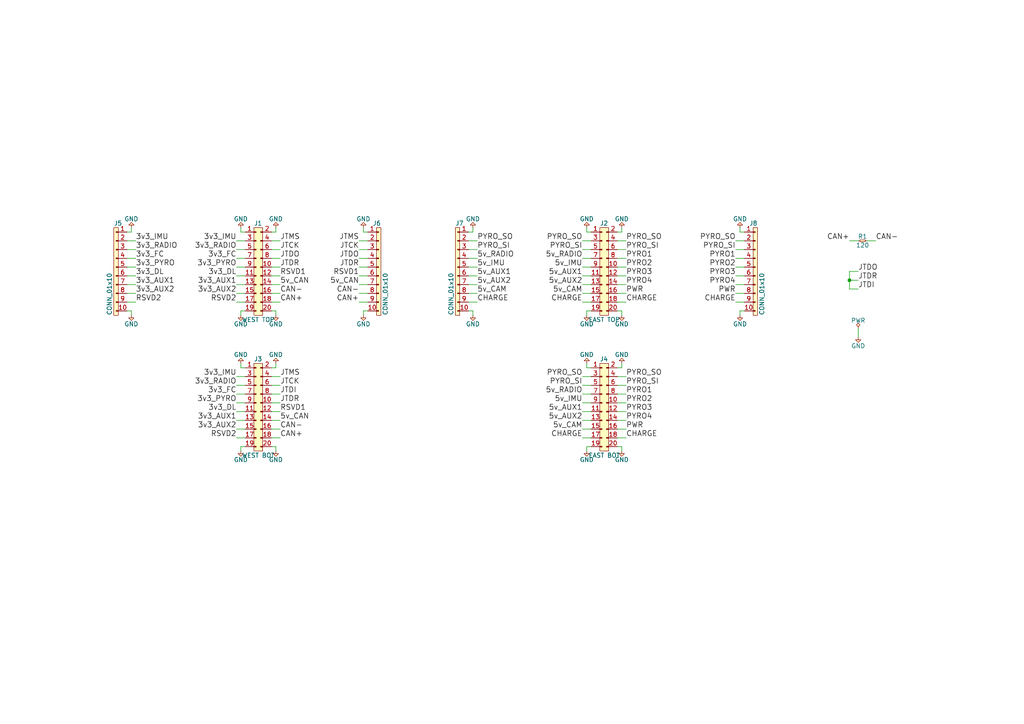
<source format=kicad_sch>
(kicad_sch (version 20230121) (generator eeschema)
  (paper "A4")
  (title_block (title "M3 Debug End Board") (date "2016-02-10") (rev "1") (company "CU Spaceflight") (comment 1 "Drawn By: Adam Greig"))
  (lib_symbols
    (symbol "m3debug_end-rescue:CONN_01x10" (pin_names (offset 0.0254) hide)
      (property "Reference" "J" (at -1.27 2.54 0))
      (property "Value" "CONN_01x10" (at -1.27 -25.4 0))
      (symbol "CONN_01x10_0_1"
        (rectangle (start 0 -22.733) (end -0.635 -22.987) (fill (type outline)))
        (rectangle (start 0 -20.193) (end -0.635 -20.447) (fill (type outline)))
        (rectangle (start 0 -17.653) (end -0.635 -17.907) (fill (type outline)))
        (rectangle (start 0 -15.113) (end -0.635 -15.367) (fill (type outline)))
        (rectangle (start 0 -12.573) (end -0.635 -12.827) (fill (type outline)))
        (rectangle (start 0 -10.033) (end -0.635 -10.287) (fill (type outline)))
        (rectangle (start 0 -7.493) (end -0.635 -7.747) (fill (type outline)))
        (rectangle (start 0 -4.953) (end -0.635 -5.207) (fill (type outline)))
        (rectangle (start 0 -2.413) (end -0.635 -2.667) (fill (type outline)))
        (rectangle (start 0 0.127) (end -0.635 -0.127) (fill (type outline)))
        (rectangle (start 0 1.27) (end -1.27 -24.13) (fill (type background)))
      )
      (symbol "CONN_01x10_1_1"
        (pin passive line (at 2.54 0 180) (length 2.54) (name "1") (number "1"))
        (pin passive line (at 2.54 -22.86 180) (length 2.54) (name "10") (number "10"))
        (pin passive line (at 2.54 -2.54 180) (length 2.54) (name "2") (number "2"))
        (pin passive line (at 2.54 -5.08 180) (length 2.54) (name "3") (number "3"))
        (pin passive line (at 2.54 -7.62 180) (length 2.54) (name "4") (number "4"))
        (pin passive line (at 2.54 -10.16 180) (length 2.54) (name "5") (number "5"))
        (pin passive line (at 2.54 -12.7 180) (length 2.54) (name "6") (number "6"))
        (pin passive line (at 2.54 -15.24 180) (length 2.54) (name "7") (number "7"))
        (pin passive line (at 2.54 -17.78 180) (length 2.54) (name "8") (number "8"))
        (pin passive line (at 2.54 -20.32 180) (length 2.54) (name "9") (number "9"))
      )
    )
    (symbol "m3debug_end-rescue:CONN_02x10" (pin_names (offset 0.0254) hide)
      (property "Reference" "J" (at -2.54 2.54 0))
      (property "Value" "CONN_02x10" (at -2.54 -25.4 0))
      (symbol "CONN_02x10_0_1"
        (rectangle (start -2.54 -22.733) (end -1.905 -22.987) (fill (type outline)))
        (rectangle (start -2.54 -20.193) (end -1.905 -20.447) (fill (type outline)))
        (rectangle (start -2.54 -17.653) (end -1.905 -17.907) (fill (type outline)))
        (rectangle (start -2.54 -15.113) (end -1.905 -15.367) (fill (type outline)))
        (rectangle (start -2.54 -12.573) (end -1.905 -12.827) (fill (type outline)))
        (rectangle (start -2.54 -10.033) (end -1.905 -10.287) (fill (type outline)))
        (rectangle (start -2.54 -7.493) (end -1.905 -7.747) (fill (type outline)))
        (rectangle (start -2.54 -4.953) (end -1.905 -5.207) (fill (type outline)))
        (rectangle (start -2.54 -2.413) (end -1.905 -2.667) (fill (type outline)))
        (rectangle (start -2.54 0.127) (end -1.905 -0.127) (fill (type outline)))
        (rectangle (start 0 -22.733) (end -0.635 -22.987) (fill (type outline)))
        (rectangle (start 0 -20.193) (end -0.635 -20.447) (fill (type outline)))
        (rectangle (start 0 -17.653) (end -0.635 -17.907) (fill (type outline)))
        (rectangle (start 0 -15.113) (end -0.635 -15.367) (fill (type outline)))
        (rectangle (start 0 -12.573) (end -0.635 -12.827) (fill (type outline)))
        (rectangle (start 0 -10.033) (end -0.635 -10.287) (fill (type outline)))
        (rectangle (start 0 -7.493) (end -0.635 -7.747) (fill (type outline)))
        (rectangle (start 0 -4.953) (end -0.635 -5.207) (fill (type outline)))
        (rectangle (start 0 -2.413) (end -0.635 -2.667) (fill (type outline)))
        (rectangle (start 0 0.127) (end -0.635 -0.127) (fill (type outline)))
        (rectangle (start 0 1.27) (end -2.54 -24.13) (fill (type background)))
      )
      (symbol "CONN_02x10_1_1"
        (pin passive line (at -5.08 0 0) (length 2.54) (name "1") (number "1"))
        (pin passive line (at 2.54 -10.16 180) (length 2.54) (name "10") (number "10"))
        (pin passive line (at -5.08 -12.7 0) (length 2.54) (name "11") (number "11"))
        (pin passive line (at 2.54 -12.7 180) (length 2.54) (name "12") (number "12"))
        (pin passive line (at -5.08 -15.24 0) (length 2.54) (name "13") (number "13"))
        (pin passive line (at 2.54 -15.24 180) (length 2.54) (name "14") (number "14"))
        (pin passive line (at -5.08 -17.78 0) (length 2.54) (name "15") (number "15"))
        (pin passive line (at 2.54 -17.78 180) (length 2.54) (name "16") (number "16"))
        (pin passive line (at -5.08 -20.32 0) (length 2.54) (name "17") (number "17"))
        (pin passive line (at 2.54 -20.32 180) (length 2.54) (name "18") (number "18"))
        (pin passive line (at -5.08 -22.86 0) (length 2.54) (name "19") (number "19"))
        (pin passive line (at 2.54 0 180) (length 2.54) (name "2") (number "2"))
        (pin passive line (at 2.54 -22.86 180) (length 2.54) (name "20") (number "20"))
        (pin passive line (at -5.08 -2.54 0) (length 2.54) (name "3") (number "3"))
        (pin passive line (at 2.54 -2.54 180) (length 2.54) (name "4") (number "4"))
        (pin passive line (at -5.08 -5.08 0) (length 2.54) (name "5") (number "5"))
        (pin passive line (at 2.54 -5.08 180) (length 2.54) (name "6") (number "6"))
        (pin passive line (at -5.08 -7.62 0) (length 2.54) (name "7") (number "7"))
        (pin passive line (at 2.54 -7.62 180) (length 2.54) (name "8") (number "8"))
        (pin passive line (at -5.08 -10.16 0) (length 2.54) (name "9") (number "9"))
      )
    )
    (symbol "m3debug_end-rescue:GND" (power) (pin_numbers hide) (pin_names (offset 1.016) hide)
      (property "Value" "GND" (at 0 -2.54 0))
      (symbol "GND_0_1"
        (polyline (pts (xy 0 0) (xy 0 -0.762)))
        (polyline (pts (xy -0.762 -0.762) (xy 0.762 -0.762) (xy 0 -1.524) (xy -0.762 -0.762)) (fill (type background)))
      )
      (symbol "GND_1_1"
        (pin power_in line (at 0 0 180) (length 0) hide (name "GND") (number "1"))
      )
    )
    (symbol "m3debug_end-rescue:PWR" (power) (pin_numbers hide) (pin_names (offset 1.016) hide)
      (property "Value" "PWR" (at 0 2.286 0))
      (symbol "PWR_0_1"
        (polyline (pts (xy 0 0.508) (xy -0.508 1.016) (xy 0 1.524) (xy 0.508 1.016) (xy 0 0.508)) (fill (type background)))
      )
      (symbol "PWR_1_1"
        (pin power_out line (at 0 0 90) (length 0.508) (name "pwr") (number "1"))
      )
    )
    (symbol "m3debug_end-rescue:R" (pin_numbers hide) (pin_names (offset 1.016) hide)
      (property "Reference" "R" (at 1.27 1.27 0))
      (property "Value" "R" (at 1.27 -1.27 0))
      (symbol "R_0_1"
        (rectangle (start 0.508 0.254) (end 2.032 -0.254) (fill (type background)))
      )
      (symbol "R_1_1"
        (pin passive line (at 0 0 0) (length 0.508) (name "~") (number "1"))
        (pin passive line (at 2.54 0 180) (length 0.508) (name "~") (number "2"))
      )
    )
  )
  (junction (at 246.38 81.28))
  (wire (pts (xy 179.07 109.22) (xy 181.61 109.22)))
  (wire (pts (xy 179.07 80.01) (xy 181.61 80.01)))
  (wire (pts (xy 246.38 83.82) (xy 248.92 83.82)))
  (wire (pts (xy 106.68 77.47) (xy 104.14 77.47)))
  (wire (pts (xy 78.74 124.46) (xy 81.28 124.46)))
  (wire (pts (xy 106.68 90.17) (xy 105.41 90.17)))
  (wire (pts (xy 215.9 87.63) (xy 213.36 87.63)))
  (wire (pts (xy 71.12 69.85) (xy 68.58 69.85)))
  (wire (pts (xy 78.74 85.09) (xy 81.28 85.09)))
  (wire (pts (xy 171.45 74.93) (xy 168.91 74.93)))
  (wire (pts (xy 69.85 90.17) (xy 69.85 91.44)))
  (wire (pts (xy 105.41 66.04) (xy 105.41 67.31)))
  (wire (pts (xy 180.34 67.31) (xy 180.34 66.04)))
  (wire (pts (xy 171.45 67.31) (xy 170.18 67.31)))
  (wire (pts (xy 179.07 121.92) (xy 181.61 121.92)))
  (wire (pts (xy 248.92 95.25) (xy 248.92 97.79)))
  (wire (pts (xy 69.85 66.04) (xy 69.85 67.31)))
  (wire (pts (xy 135.89 77.47) (xy 138.43 77.47)))
  (wire (pts (xy 135.89 90.17) (xy 137.16 90.17)))
  (wire (pts (xy 36.83 80.01) (xy 39.37 80.01)))
  (wire (pts (xy 78.74 77.47) (xy 81.28 77.47)))
  (wire (pts (xy 36.83 69.85) (xy 39.37 69.85)))
  (wire (pts (xy 138.43 69.85) (xy 135.89 69.85)))
  (wire (pts (xy 170.18 67.31) (xy 170.18 66.04)))
  (wire (pts (xy 213.36 85.09) (xy 215.9 85.09)))
  (wire (pts (xy 71.12 129.54) (xy 69.85 129.54)))
  (wire (pts (xy 179.07 90.17) (xy 180.34 90.17)))
  (wire (pts (xy 248.92 78.74) (xy 246.38 78.74)))
  (wire (pts (xy 181.61 85.09) (xy 179.07 85.09)))
  (wire (pts (xy 71.12 114.3) (xy 68.58 114.3)))
  (wire (pts (xy 171.45 129.54) (xy 170.18 129.54)))
  (wire (pts (xy 168.91 127) (xy 171.45 127)))
  (wire (pts (xy 71.12 90.17) (xy 69.85 90.17)))
  (wire (pts (xy 80.01 90.17) (xy 80.01 91.44)))
  (wire (pts (xy 213.36 74.93) (xy 215.9 74.93)))
  (wire (pts (xy 214.63 66.04) (xy 214.63 67.31)))
  (wire (pts (xy 179.07 87.63) (xy 181.61 87.63)))
  (wire (pts (xy 215.9 72.39) (xy 213.36 72.39)))
  (wire (pts (xy 246.38 78.74) (xy 246.38 81.28)))
  (wire (pts (xy 78.74 129.54) (xy 80.01 129.54)))
  (wire (pts (xy 71.12 87.63) (xy 68.58 87.63)))
  (wire (pts (xy 138.43 80.01) (xy 135.89 80.01)))
  (wire (pts (xy 71.12 127) (xy 68.58 127)))
  (wire (pts (xy 78.74 80.01) (xy 81.28 80.01)))
  (wire (pts (xy 135.89 72.39) (xy 138.43 72.39)))
  (wire (pts (xy 181.61 72.39) (xy 179.07 72.39)))
  (wire (pts (xy 248.92 81.28) (xy 246.38 81.28)))
  (wire (pts (xy 181.61 77.47) (xy 179.07 77.47)))
  (wire (pts (xy 214.63 90.17) (xy 214.63 91.44)))
  (wire (pts (xy 180.34 106.68) (xy 180.34 105.41)))
  (wire (pts (xy 179.07 69.85) (xy 181.61 69.85)))
  (wire (pts (xy 215.9 82.55) (xy 213.36 82.55)))
  (wire (pts (xy 105.41 90.17) (xy 105.41 91.44)))
  (wire (pts (xy 181.61 111.76) (xy 179.07 111.76)))
  (wire (pts (xy 39.37 72.39) (xy 36.83 72.39)))
  (wire (pts (xy 104.14 80.01) (xy 106.68 80.01)))
  (wire (pts (xy 71.12 77.47) (xy 68.58 77.47)))
  (wire (pts (xy 137.16 67.31) (xy 137.16 66.04)))
  (wire (pts (xy 179.07 129.54) (xy 180.34 129.54)))
  (wire (pts (xy 39.37 87.63) (xy 36.83 87.63)))
  (wire (pts (xy 78.74 111.76) (xy 81.28 111.76)))
  (wire (pts (xy 137.16 90.17) (xy 137.16 91.44)))
  (wire (pts (xy 171.45 119.38) (xy 168.91 119.38)))
  (wire (pts (xy 78.74 109.22) (xy 81.28 109.22)))
  (wire (pts (xy 71.12 111.76) (xy 68.58 111.76)))
  (wire (pts (xy 71.12 121.92) (xy 68.58 121.92)))
  (wire (pts (xy 39.37 77.47) (xy 36.83 77.47)))
  (wire (pts (xy 80.01 106.68) (xy 80.01 105.41)))
  (wire (pts (xy 69.85 129.54) (xy 69.85 130.81)))
  (wire (pts (xy 246.38 81.28) (xy 246.38 83.82)))
  (wire (pts (xy 78.74 74.93) (xy 81.28 74.93)))
  (wire (pts (xy 179.07 127) (xy 181.61 127)))
  (wire (pts (xy 171.45 69.85) (xy 168.91 69.85)))
  (wire (pts (xy 78.74 116.84) (xy 81.28 116.84)))
  (wire (pts (xy 215.9 77.47) (xy 213.36 77.47)))
  (wire (pts (xy 36.83 85.09) (xy 39.37 85.09)))
  (wire (pts (xy 168.91 77.47) (xy 171.45 77.47)))
  (wire (pts (xy 181.61 116.84) (xy 179.07 116.84)))
  (wire (pts (xy 104.14 87.63) (xy 106.68 87.63)))
  (wire (pts (xy 171.45 90.17) (xy 170.18 90.17)))
  (wire (pts (xy 138.43 74.93) (xy 135.89 74.93)))
  (wire (pts (xy 105.41 67.31) (xy 106.68 67.31)))
  (wire (pts (xy 69.85 67.31) (xy 71.12 67.31)))
  (wire (pts (xy 78.74 106.68) (xy 80.01 106.68)))
  (wire (pts (xy 171.45 109.22) (xy 168.91 109.22)))
  (wire (pts (xy 168.91 87.63) (xy 171.45 87.63)))
  (wire (pts (xy 104.14 82.55) (xy 106.68 82.55)))
  (wire (pts (xy 180.34 129.54) (xy 180.34 130.81)))
  (wire (pts (xy 80.01 67.31) (xy 80.01 66.04)))
  (wire (pts (xy 71.12 80.01) (xy 68.58 80.01)))
  (wire (pts (xy 171.45 114.3) (xy 168.91 114.3)))
  (wire (pts (xy 71.12 119.38) (xy 68.58 119.38)))
  (wire (pts (xy 36.83 74.93) (xy 39.37 74.93)))
  (wire (pts (xy 180.34 90.17) (xy 180.34 91.44)))
  (wire (pts (xy 135.89 82.55) (xy 138.43 82.55)))
  (wire (pts (xy 213.36 80.01) (xy 215.9 80.01)))
  (wire (pts (xy 215.9 90.17) (xy 214.63 90.17)))
  (wire (pts (xy 179.07 119.38) (xy 181.61 119.38)))
  (wire (pts (xy 168.91 111.76) (xy 171.45 111.76)))
  (wire (pts (xy 214.63 67.31) (xy 215.9 67.31)))
  (wire (pts (xy 69.85 106.68) (xy 71.12 106.68)))
  (wire (pts (xy 168.91 121.92) (xy 171.45 121.92)))
  (wire (pts (xy 80.01 129.54) (xy 80.01 130.81)))
  (wire (pts (xy 171.45 106.68) (xy 170.18 106.68)))
  (wire (pts (xy 78.74 69.85) (xy 81.28 69.85)))
  (wire (pts (xy 106.68 85.09) (xy 104.14 85.09)))
  (wire (pts (xy 71.12 74.93) (xy 68.58 74.93)))
  (wire (pts (xy 168.91 82.55) (xy 171.45 82.55)))
  (wire (pts (xy 170.18 106.68) (xy 170.18 105.41)))
  (wire (pts (xy 135.89 87.63) (xy 138.43 87.63)))
  (wire (pts (xy 106.68 72.39) (xy 104.14 72.39)))
  (wire (pts (xy 78.74 114.3) (xy 81.28 114.3)))
  (wire (pts (xy 138.43 85.09) (xy 135.89 85.09)))
  (wire (pts (xy 104.14 69.85) (xy 106.68 69.85)))
  (wire (pts (xy 179.07 74.93) (xy 181.61 74.93)))
  (wire (pts (xy 78.74 72.39) (xy 81.28 72.39)))
  (wire (pts (xy 248.92 69.85) (xy 246.38 69.85)))
  (wire (pts (xy 213.36 69.85) (xy 215.9 69.85)))
  (wire (pts (xy 168.91 116.84) (xy 171.45 116.84)))
  (wire (pts (xy 68.58 124.46) (xy 71.12 124.46)))
  (wire (pts (xy 78.74 87.63) (xy 81.28 87.63)))
  (wire (pts (xy 170.18 90.17) (xy 170.18 91.44)))
  (wire (pts (xy 39.37 82.55) (xy 36.83 82.55)))
  (wire (pts (xy 38.1 90.17) (xy 38.1 91.44)))
  (wire (pts (xy 171.45 85.09) (xy 168.91 85.09)))
  (wire (pts (xy 71.12 72.39) (xy 68.58 72.39)))
  (wire (pts (xy 171.45 124.46) (xy 168.91 124.46)))
  (wire (pts (xy 68.58 85.09) (xy 71.12 85.09)))
  (wire (pts (xy 36.83 90.17) (xy 38.1 90.17)))
  (wire (pts (xy 181.61 124.46) (xy 179.07 124.46)))
  (wire (pts (xy 78.74 67.31) (xy 80.01 67.31)))
  (wire (pts (xy 179.07 67.31) (xy 180.34 67.31)))
  (wire (pts (xy 168.91 72.39) (xy 171.45 72.39)))
  (wire (pts (xy 135.89 67.31) (xy 137.16 67.31)))
  (wire (pts (xy 78.74 82.55) (xy 81.28 82.55)))
  (wire (pts (xy 78.74 127) (xy 81.28 127)))
  (wire (pts (xy 104.14 74.93) (xy 106.68 74.93)))
  (wire (pts (xy 69.85 105.41) (xy 69.85 106.68)))
  (wire (pts (xy 78.74 90.17) (xy 80.01 90.17)))
  (wire (pts (xy 36.83 67.31) (xy 38.1 67.31)))
  (wire (pts (xy 78.74 119.38) (xy 81.28 119.38)))
  (wire (pts (xy 71.12 109.22) (xy 68.58 109.22)))
  (wire (pts (xy 71.12 82.55) (xy 68.58 82.55)))
  (wire (pts (xy 78.74 121.92) (xy 81.28 121.92)))
  (wire (pts (xy 71.12 116.84) (xy 68.58 116.84)))
  (wire (pts (xy 171.45 80.01) (xy 168.91 80.01)))
  (wire (pts (xy 179.07 106.68) (xy 180.34 106.68)))
  (wire (pts (xy 38.1 67.31) (xy 38.1 66.04)))
  (wire (pts (xy 254 69.85) (xy 251.46 69.85)))
  (wire (pts (xy 179.07 114.3) (xy 181.61 114.3)))
  (wire (pts (xy 179.07 82.55) (xy 181.61 82.55)))
  (wire (pts (xy 170.18 129.54) (xy 170.18 130.81)))
  (label "PYRO2" (at 213.36 77.47 180) (effects (font (size 1.524 1.524))))
  (label "PYRO2" (at 181.61 116.84 0) (effects (font (size 1.524 1.524))))
  (label "PYRO_SI" (at 138.43 72.39 0) (effects (font (size 1.524 1.524))))
  (label "3v3_DL" (at 68.58 80.01 180) (effects (font (size 1.524 1.524))))
  (label "PYRO_SI" (at 213.36 72.39 180) (effects (font (size 1.524 1.524))))
  (label "5v_AUX2" (at 168.91 82.55 180) (effects (font (size 1.524 1.524))))
  (label "CAN-" (at 104.14 85.09 180) (effects (font (size 1.524 1.524))))
  (label "3v3_RADIO" (at 39.37 72.39 0) (effects (font (size 1.524 1.524))))
  (label "PYRO4" (at 181.61 82.55 0) (effects (font (size 1.524 1.524))))
  (label "CAN+" (at 81.28 127 0) (effects (font (size 1.524 1.524))))
  (label "5v_IMU" (at 168.91 116.84 180) (effects (font (size 1.524 1.524))))
  (label "PYRO3" (at 213.36 80.01 180) (effects (font (size 1.524 1.524))))
  (label "PWR" (at 181.61 85.09 0) (effects (font (size 1.524 1.524))))
  (label "CAN-" (at 254 69.85 0) (effects (font (size 1.524 1.524))))
  (label "3v3_IMU" (at 68.58 69.85 180) (effects (font (size 1.524 1.524))))
  (label "PYRO2" (at 181.61 77.47 0) (effects (font (size 1.524 1.524))))
  (label "PYRO_SO" (at 168.91 109.22 180) (effects (font (size 1.524 1.524))))
  (label "PWR" (at 181.61 124.46 0) (effects (font (size 1.524 1.524))))
  (label "JTDR" (at 248.92 81.28 0) (effects (font (size 1.524 1.524))))
  (label "5v_CAM" (at 168.91 85.09 180) (effects (font (size 1.524 1.524))))
  (label "3v3_AUX2" (at 68.58 85.09 180) (effects (font (size 1.524 1.524))))
  (label "PYRO1" (at 181.61 74.93 0) (effects (font (size 1.524 1.524))))
  (label "CHARGE" (at 181.61 87.63 0) (effects (font (size 1.524 1.524))))
  (label "5v_AUX1" (at 168.91 80.01 180) (effects (font (size 1.524 1.524))))
  (label "JTMS" (at 104.14 69.85 180) (effects (font (size 1.524 1.524))))
  (label "5v_AUX1" (at 168.91 119.38 180) (effects (font (size 1.524 1.524))))
  (label "CAN-" (at 81.28 85.09 0) (effects (font (size 1.524 1.524))))
  (label "JTCK" (at 81.28 72.39 0) (effects (font (size 1.524 1.524))))
  (label "3v3_AUX2" (at 39.37 85.09 0) (effects (font (size 1.524 1.524))))
  (label "PYRO1" (at 213.36 74.93 180) (effects (font (size 1.524 1.524))))
  (label "RSVD1" (at 104.14 80.01 180) (effects (font (size 1.524 1.524))))
  (label "JTMS" (at 81.28 69.85 0) (effects (font (size 1.524 1.524))))
  (label "3v3_DL" (at 39.37 80.01 0) (effects (font (size 1.524 1.524))))
  (label "JTDR" (at 81.28 77.47 0) (effects (font (size 1.524 1.524))))
  (label "3v3_FC" (at 68.58 114.3 180) (effects (font (size 1.524 1.524))))
  (label "PYRO_SI" (at 168.91 72.39 180) (effects (font (size 1.524 1.524))))
  (label "5v_RADIO" (at 168.91 74.93 180) (effects (font (size 1.524 1.524))))
  (label "PWR" (at 213.36 85.09 180) (effects (font (size 1.524 1.524))))
  (label "PYRO3" (at 181.61 80.01 0) (effects (font (size 1.524 1.524))))
  (label "5v_CAM" (at 168.91 124.46 180) (effects (font (size 1.524 1.524))))
  (label "5v_RADIO" (at 168.91 114.3 180) (effects (font (size 1.524 1.524))))
  (label "JTDO" (at 248.92 78.74 0) (effects (font (size 1.524 1.524))))
  (label "3v3_AUX2" (at 68.58 124.46 180) (effects (font (size 1.524 1.524))))
  (label "JTDR" (at 81.28 116.84 0) (effects (font (size 1.524 1.524))))
  (label "PYRO4" (at 181.61 121.92 0) (effects (font (size 1.524 1.524))))
  (label "CAN+" (at 81.28 87.63 0) (effects (font (size 1.524 1.524))))
  (label "JTDO" (at 81.28 74.93 0) (effects (font (size 1.524 1.524))))
  (label "PYRO_SI" (at 168.91 111.76 180) (effects (font (size 1.524 1.524))))
  (label "PYRO_SI" (at 181.61 111.76 0) (effects (font (size 1.524 1.524))))
  (label "PYRO4" (at 213.36 82.55 180) (effects (font (size 1.524 1.524))))
  (label "3v3_IMU" (at 68.58 109.22 180) (effects (font (size 1.524 1.524))))
  (label "JTDO" (at 104.14 74.93 180) (effects (font (size 1.524 1.524))))
  (label "JTDI" (at 81.28 114.3 0) (effects (font (size 1.524 1.524))))
  (label "5v_IMU" (at 138.43 77.47 0) (effects (font (size 1.524 1.524))))
  (label "5v_AUX1" (at 138.43 80.01 0) (effects (font (size 1.524 1.524))))
  (label "PYRO_SO" (at 138.43 69.85 0) (effects (font (size 1.524 1.524))))
  (label "3v3_RADIO" (at 68.58 111.76 180) (effects (font (size 1.524 1.524))))
  (label "JTDR" (at 104.14 77.47 180) (effects (font (size 1.524 1.524))))
  (label "5v_CAN" (at 104.14 82.55 180) (effects (font (size 1.524 1.524))))
  (label "JTCK" (at 81.28 111.76 0) (effects (font (size 1.524 1.524))))
  (label "3v3_AUX1" (at 68.58 121.92 180) (effects (font (size 1.524 1.524))))
  (label "3v3_PYRO" (at 68.58 77.47 180) (effects (font (size 1.524 1.524))))
  (label "5v_RADIO" (at 138.43 74.93 0) (effects (font (size 1.524 1.524))))
  (label "5v_IMU" (at 168.91 77.47 180) (effects (font (size 1.524 1.524))))
  (label "3v3_AUX1" (at 68.58 82.55 180) (effects (font (size 1.524 1.524))))
  (label "JTMS" (at 81.28 109.22 0) (effects (font (size 1.524 1.524))))
  (label "RSVD1" (at 81.28 80.01 0) (effects (font (size 1.524 1.524))))
  (label "CHARGE" (at 181.61 127 0) (effects (font (size 1.524 1.524))))
  (label "3v3_DL" (at 68.58 119.38 180) (effects (font (size 1.524 1.524))))
  (label "5v_AUX2" (at 168.91 121.92 180) (effects (font (size 1.524 1.524))))
  (label "CAN-" (at 81.28 124.46 0) (effects (font (size 1.524 1.524))))
  (label "3v3_AUX1" (at 39.37 82.55 0) (effects (font (size 1.524 1.524))))
  (label "3v3_RADIO" (at 68.58 72.39 180) (effects (font (size 1.524 1.524))))
  (label "PYRO3" (at 181.61 119.38 0) (effects (font (size 1.524 1.524))))
  (label "RSVD2" (at 68.58 87.63 180) (effects (font (size 1.524 1.524))))
  (label "PYRO1" (at 181.61 114.3 0) (effects (font (size 1.524 1.524))))
  (label "3v3_PYRO" (at 68.58 116.84 180) (effects (font (size 1.524 1.524))))
  (label "3v3_PYRO" (at 39.37 77.47 0) (effects (font (size 1.524 1.524))))
  (label "CAN+" (at 104.14 87.63 180) (effects (font (size 1.524 1.524))))
  (label "RSVD2" (at 68.58 127 180) (effects (font (size 1.524 1.524))))
  (label "CHARGE" (at 168.91 87.63 180) (effects (font (size 1.524 1.524))))
  (label "JTCK" (at 104.14 72.39 180) (effects (font (size 1.524 1.524))))
  (label "3v3_IMU" (at 39.37 69.85 0) (effects (font (size 1.524 1.524))))
  (label "CHARGE" (at 213.36 87.63 180) (effects (font (size 1.524 1.524))))
  (label "3v3_FC" (at 68.58 74.93 180) (effects (font (size 1.524 1.524))))
  (label "RSVD2" (at 39.37 87.63 0) (effects (font (size 1.524 1.524))))
  (label "RSVD1" (at 81.28 119.38 0) (effects (font (size 1.524 1.524))))
  (label "CHARGE" (at 168.91 127 180) (effects (font (size 1.524 1.524))))
  (label "5v_AUX2" (at 138.43 82.55 0) (effects (font (size 1.524 1.524))))
  (label "CAN+" (at 246.38 69.85 180) (effects (font (size 1.524 1.524))))
  (label "JTDI" (at 248.92 83.82 0) (effects (font (size 1.524 1.524))))
  (label "PYRO_SO" (at 181.61 69.85 0) (effects (font (size 1.524 1.524))))
  (label "CHARGE" (at 138.43 87.63 0) (effects (font (size 1.524 1.524))))
  (label "PYRO_SO" (at 168.91 69.85 180) (effects (font (size 1.524 1.524))))
  (label "PYRO_SO" (at 181.61 109.22 0) (effects (font (size 1.524 1.524))))
  (label "5v_CAN" (at 81.28 121.92 0) (effects (font (size 1.524 1.524))))
  (label "PYRO_SO" (at 213.36 69.85 180) (effects (font (size 1.524 1.524))))
  (label "5v_CAN" (at 81.28 82.55 0) (effects (font (size 1.524 1.524))))
  (label "3v3_FC" (at 39.37 74.93 0) (effects (font (size 1.524 1.524))))
  (label "PYRO_SI" (at 181.61 72.39 0) (effects (font (size 1.524 1.524))))
  (label "5v_CAM" (at 138.43 85.09 0) (effects (font (size 1.524 1.524))))
  (symbol (lib_id "m3debug_end-rescue:CONN_02x10") (at 176.53 67.31 0) (unit 1)
    (property "Reference" "J2" (at 173.99 64.77 0) (effects (justify left)))
    (property "Value" "EAST TOP" (at 175.26 92.71 0))
    (property "Footprint" "agg:TFML-110-02-L-D" (effects hide))
    (property "Samtec" "TFML-110-02-L-D" (effects hide))
  )
  (symbol (lib_id "m3debug_end-rescue:GND") (at 80.01 91.44 0) (unit 1)
    (property "Reference" "#PWR01" (effects hide))
    (property "Value" "GND" (at 80.01 93.98 0))
  )
  (symbol (lib_id "m3debug_end-rescue:GND") (at 69.85 91.44 0) (unit 1)
    (property "Reference" "#PWR02" (effects hide))
    (property "Value" "GND" (at 69.85 93.98 0))
  )
  (symbol (lib_id "m3debug_end-rescue:GND") (at 69.85 66.04 180) (unit 1)
    (property "Reference" "#PWR03" (effects hide))
    (property "Value" "GND" (at 69.85 63.5 0))
  )
  (symbol (lib_id "m3debug_end-rescue:GND") (at 80.01 66.04 180) (unit 1)
    (property "Reference" "#PWR04" (effects hide))
    (property "Value" "GND" (at 80.01 63.5 0))
  )
  (symbol (lib_id "m3debug_end-rescue:GND") (at 170.18 91.44 0) (unit 1)
    (property "Reference" "#PWR05" (effects hide))
    (property "Value" "GND" (at 170.18 93.98 0))
  )
  (symbol (lib_id "m3debug_end-rescue:GND") (at 180.34 91.44 0) (unit 1)
    (property "Reference" "#PWR06" (effects hide))
    (property "Value" "GND" (at 180.34 93.98 0))
  )
  (symbol (lib_id "m3debug_end-rescue:GND") (at 170.18 66.04 180) (unit 1)
    (property "Reference" "#PWR07" (effects hide))
    (property "Value" "GND" (at 170.18 63.5 0))
  )
  (symbol (lib_id "m3debug_end-rescue:GND") (at 180.34 66.04 180) (unit 1)
    (property "Reference" "#PWR08" (effects hide))
    (property "Value" "GND" (at 180.34 63.5 0))
  )
  (symbol (lib_id "m3debug_end-rescue:CONN_02x10") (at 76.2 67.31 0) (unit 1)
    (property "Reference" "J1" (at 73.66 64.77 0) (effects (justify left)))
    (property "Value" "WEST TOP" (at 74.93 92.71 0))
    (property "Footprint" "agg:TFML-110-02-L-D" (effects hide))
    (property "Samtec" "TFML-110-02-L-D" (effects hide))
  )
  (symbol (lib_id "m3debug_end-rescue:GND") (at 80.01 130.81 0) (unit 1)
    (property "Reference" "#PWR09" (effects hide))
    (property "Value" "GND" (at 80.01 133.35 0))
  )
  (symbol (lib_id "m3debug_end-rescue:GND") (at 69.85 130.81 0) (unit 1)
    (property "Reference" "#PWR010" (effects hide))
    (property "Value" "GND" (at 69.85 133.35 0))
  )
  (symbol (lib_id "m3debug_end-rescue:GND") (at 69.85 105.41 180) (unit 1)
    (property "Reference" "#PWR011" (effects hide))
    (property "Value" "GND" (at 69.85 102.87 0))
  )
  (symbol (lib_id "m3debug_end-rescue:GND") (at 80.01 105.41 180) (unit 1)
    (property "Reference" "#PWR012" (effects hide))
    (property "Value" "GND" (at 80.01 102.87 0))
  )
  (symbol (lib_id "m3debug_end-rescue:CONN_02x10") (at 176.53 106.68 0) (unit 1)
    (property "Reference" "J4" (at 173.99 104.14 0) (effects (justify left)))
    (property "Value" "EAST BOT" (at 175.26 132.08 0))
    (property "Footprint" "agg:SFML-110-02-L-D-LC" (effects hide))
    (property "Samtec" "SFML-110-02-L-D-LC" (effects hide))
  )
  (symbol (lib_id "m3debug_end-rescue:GND") (at 170.18 130.81 0) (unit 1)
    (property "Reference" "#PWR013" (effects hide))
    (property "Value" "GND" (at 170.18 133.35 0))
  )
  (symbol (lib_id "m3debug_end-rescue:GND") (at 180.34 130.81 0) (unit 1)
    (property "Reference" "#PWR014" (effects hide))
    (property "Value" "GND" (at 180.34 133.35 0))
  )
  (symbol (lib_id "m3debug_end-rescue:GND") (at 170.18 105.41 180) (unit 1)
    (property "Reference" "#PWR015" (effects hide))
    (property "Value" "GND" (at 170.18 102.87 0))
  )
  (symbol (lib_id "m3debug_end-rescue:GND") (at 180.34 105.41 180) (unit 1)
    (property "Reference" "#PWR016" (effects hide))
    (property "Value" "GND" (at 180.34 102.87 0))
  )
  (symbol (lib_id "m3debug_end-rescue:CONN_02x10") (at 76.2 106.68 0) (unit 1)
    (property "Reference" "J3" (at 73.66 104.14 0) (effects (justify left)))
    (property "Value" "WEST BOT" (at 74.93 132.08 0))
    (property "Footprint" "agg:SFML-110-02-L-D-LC" (effects hide))
    (property "Samtec" "SFML-110-02-L-D-LC" (effects hide))
  )
  (symbol (lib_id "m3debug_end-rescue:R") (at 248.92 69.85 0) (unit 1)
    (property "Reference" "R1" (at 250.19 68.58 0))
    (property "Value" "120" (at 250.19 71.12 0))
    (property "Footprint" "agg:0402" (effects hide))
    (property "Farnell" "2072575" (effects hide))
  )
  (symbol (lib_id "m3debug_end-rescue:PWR") (at 248.92 95.25 0) (unit 1)
    (property "Reference" "#FLG017" (effects hide))
    (property "Value" "PWR" (at 248.92 92.964 0))
  )
  (symbol (lib_id "m3debug_end-rescue:GND") (at 248.92 97.79 0) (unit 1)
    (property "Reference" "#PWR018" (effects hide))
    (property "Value" "GND" (at 248.92 100.33 0))
  )
  (symbol (lib_id "m3debug_end-rescue:CONN_01x10") (at 34.29 67.31 0) (unit 1)
    (property "Reference" "J5" (at 33.02 64.77 0) (effects (justify left)))
    (property "Value" "CONN_01x10" (at 31.75 91.44 90) (effects (justify left)))
    (property "Footprint" "agg:SIL-254P-10" (effects hide))
    (property "Farnell" "1022259" (effects hide))
  )
  (symbol (lib_id "m3debug_end-rescue:GND") (at 38.1 66.04 180) (unit 1)
    (property "Reference" "#PWR019" (effects hide))
    (property "Value" "GND" (at 38.1 63.5 0))
  )
  (symbol (lib_id "m3debug_end-rescue:GND") (at 38.1 91.44 0) (unit 1)
    (property "Reference" "#PWR020" (effects hide))
    (property "Value" "GND" (at 38.1 93.98 0))
  )
  (symbol (lib_id "m3debug_end-rescue:CONN_01x10") (at 109.22 67.31 0) (mirror y) (unit 1)
    (property "Reference" "J6" (at 110.49 64.77 0) (effects (justify left)))
    (property "Value" "CONN_01x10" (at 111.76 91.44 90) (effects (justify left)))
    (property "Footprint" "agg:SIL-254P-10" (effects hide))
    (property "Farnell" "1022259" (effects hide))
  )
  (symbol (lib_id "m3debug_end-rescue:GND") (at 105.41 91.44 0) (unit 1)
    (property "Reference" "#PWR021" (effects hide))
    (property "Value" "GND" (at 105.41 93.98 0))
  )
  (symbol (lib_id "m3debug_end-rescue:GND") (at 105.41 66.04 180) (unit 1)
    (property "Reference" "#PWR022" (effects hide))
    (property "Value" "GND" (at 105.41 63.5 0))
  )
  (symbol (lib_id "m3debug_end-rescue:CONN_01x10") (at 133.35 67.31 0) (unit 1)
    (property "Reference" "J7" (at 132.08 64.77 0) (effects (justify left)))
    (property "Value" "CONN_01x10" (at 130.81 91.44 90) (effects (justify left)))
    (property "Footprint" "agg:SIL-254P-10" (effects hide))
    (property "Farnell" "1022259" (effects hide))
  )
  (symbol (lib_id "m3debug_end-rescue:CONN_01x10") (at 218.44 67.31 0) (mirror y) (unit 1)
    (property "Reference" "J8" (at 219.71 64.77 0) (effects (justify left)))
    (property "Value" "CONN_01x10" (at 220.98 91.44 90) (effects (justify left)))
    (property "Footprint" "agg:SIL-254P-10" (effects hide))
    (property "Farnell" "1022259" (effects hide))
  )
  (symbol (lib_id "m3debug_end-rescue:GND") (at 137.16 66.04 180) (unit 1)
    (property "Reference" "#PWR023" (effects hide))
    (property "Value" "GND" (at 137.16 63.5 0))
  )
  (symbol (lib_id "m3debug_end-rescue:GND") (at 137.16 91.44 0) (unit 1)
    (property "Reference" "#PWR024" (effects hide))
    (property "Value" "GND" (at 137.16 93.98 0))
  )
  (symbol (lib_id "m3debug_end-rescue:GND") (at 214.63 91.44 0) (unit 1)
    (property "Reference" "#PWR025" (effects hide))
    (property "Value" "GND" (at 214.63 93.98 0))
  )
  (symbol (lib_id "m3debug_end-rescue:GND") (at 214.63 66.04 180) (unit 1)
    (property "Reference" "#PWR026" (effects hide))
    (property "Value" "GND" (at 214.63 63.5 0))
  )
)
</source>
